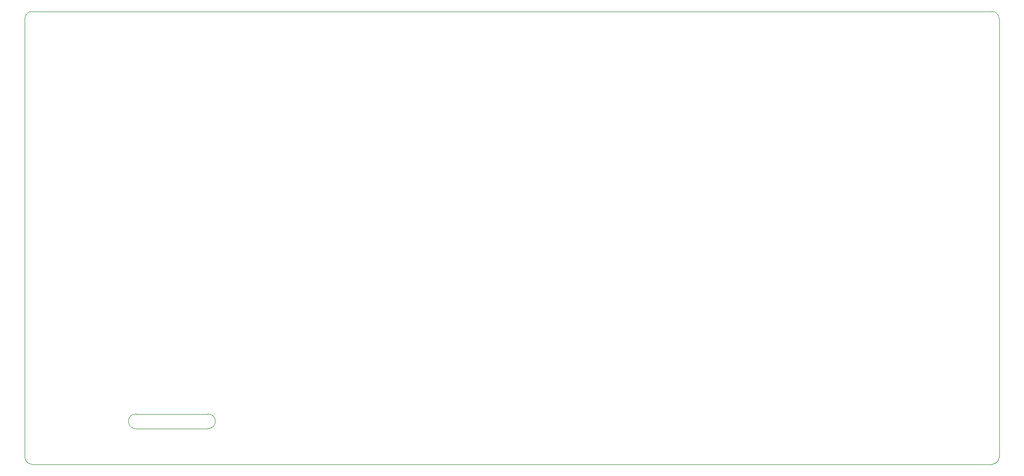
<source format=gbr>
%TF.GenerationSoftware,KiCad,Pcbnew,7.0.5*%
%TF.CreationDate,2024-08-02T10:00:01+08:00*%
%TF.ProjectId,TPS,5450532e-6b69-4636-9164-5f7063625858,rev?*%
%TF.SameCoordinates,Original*%
%TF.FileFunction,Profile,NP*%
%FSLAX46Y46*%
G04 Gerber Fmt 4.6, Leading zero omitted, Abs format (unit mm)*
G04 Created by KiCad (PCBNEW 7.0.5) date 2024-08-02 10:00:01*
%MOMM*%
%LPD*%
G01*
G04 APERTURE LIST*
%TA.AperFunction,Profile*%
%ADD10C,0.100000*%
%TD*%
%TA.AperFunction,Profile*%
%ADD11C,0.120000*%
%TD*%
G04 APERTURE END LIST*
D10*
X69271000Y-99213000D02*
X57168000Y-99213000D01*
D11*
X201155000Y-29000000D02*
X39731000Y-29000000D01*
X38461000Y-103930000D02*
G75*
G03*
X39731000Y-105200000I1270000J0D01*
G01*
X39731000Y-29000000D02*
G75*
G03*
X38461000Y-30270000I0J-1270000D01*
G01*
X202425000Y-103930000D02*
X202425000Y-30270000D01*
D10*
X69271000Y-99213000D02*
G75*
G03*
X69271000Y-96713000I0J1250000D01*
G01*
D11*
X201155000Y-105200000D02*
X39731000Y-105200000D01*
X38461000Y-30270000D02*
X38461000Y-103930000D01*
X201155000Y-105200000D02*
G75*
G03*
X202425000Y-103930000I0J1270000D01*
G01*
D10*
X57168000Y-96713000D02*
G75*
G03*
X57168000Y-99213000I0J-1250000D01*
G01*
D11*
X202425000Y-30270000D02*
G75*
G03*
X201155000Y-29000000I-1270000J0D01*
G01*
D10*
X69271000Y-96713000D02*
X57168000Y-96713000D01*
M02*

</source>
